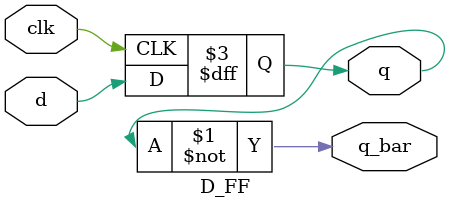
<source format=v>
`timescale 1ns / 1ps


module D_FF(
    input d, 
    input clk, 
    output q, 
    output q_bar
    );
    
    reg q;
    assign q_bar = ~q;
    
    always@(posedge clk) begin
        q <= d;
    end
endmodule

</source>
